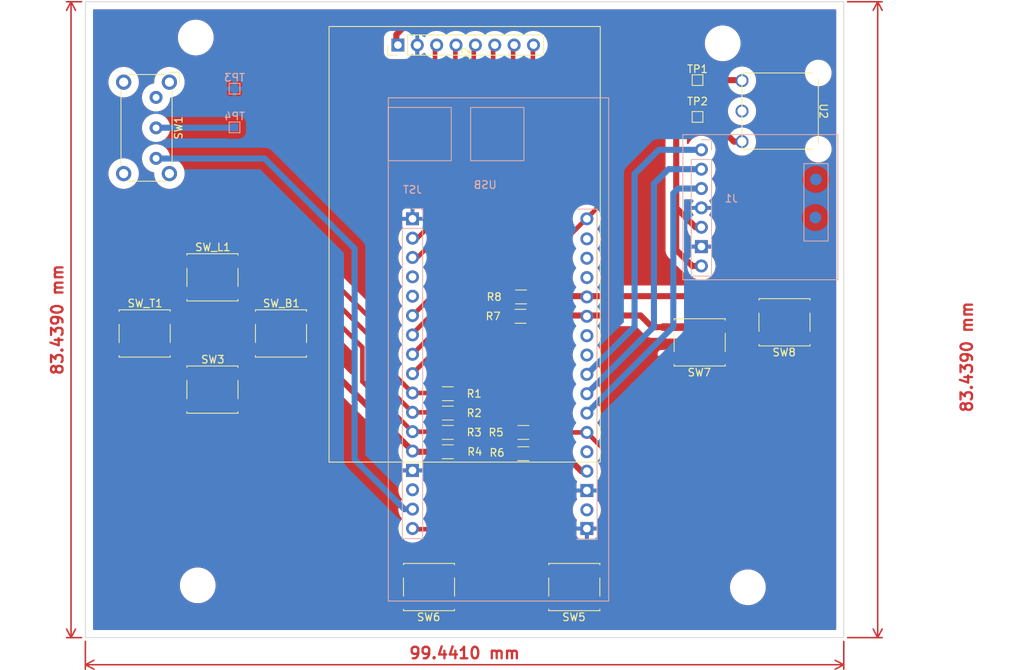
<source format=kicad_pcb>
(kicad_pcb (version 20211014) (generator pcbnew)
  (layers (0 "F.Cu" signal) (31 "B.Cu" signal) (34 "B.Paste" user) (35 "F.Paste" user) (36 "B.SilkS" user "B.Silkscreen") (37 "F.SilkS" user "F.Silkscreen") (38 "B.Mask" user) (39 "F.Mask" user) (44 "Edge.Cuts" user))
  (net 0 "")
  (net 1 "+3.3V")
  (net 2 "GND")
  (net 3 "/SW_A")
  (net 8 "/DIN")
  (net 9 "/LRC")
  (net 10 "/BCLK")
  (net 13 "/SW_START")
  (net 14 "/SCK")
  (net 15 "/SDA")
  (net 16 "/RESET")
  (net 17 "/DC{slash}RS")
  (net 18 "/CS")
  (net 19 "/LED{slash}BL")
  (net 20 "/SW_R")
  (net 21 "/SW_L")
  (net 22 "/SW_T")
  (net 23 "/SW_B")
  (net 24 "/SW_SEL")
  (net 25 "/SW_BOT")
  (net 29 "Net-(U2-Pad1)")
  (net 30 "Net-(J1-Pad9)")
  (net 31 "Net-(U2-Pad3)")
  (net 33 "+BATT")
  (footprint "Button_Switch_SMD:SW_SPST_EVQQ2" (layer "F.Cu") (at 92.7064 58.134)
    (fp_text reference "SW_B1" (at 0.05 -3.95) (layer "F.SilkS"))
    (fp_text value "SW_Push")
    (fp_line (start -3.35 3.1) (end -3.35 2.9) (layer "F.SilkS") (width 0.12))
    (fp_line (start -3.35 -1.2) (end -3.35 1.2) (layer "F.SilkS") (width 0.12))
    (fp_line (start 3.35 -3.1) (end 3.35 -2.9) (layer "F.SilkS") (width 0.12))
    (fp_line (start -3.35 3.1) (end 3.35 3.1) (layer "F.SilkS") (width 0.12))
    (fp_line (start -3.35 -3.1) (end -3.35 -2.9) (layer "F.SilkS") (width 0.12))
    (fp_line (start 3.35 3.1) (end 3.35 2.9) (layer "F.SilkS") (width 0.12))
    (fp_line (start 3.35 -1.2) (end 3.35 1.2) (layer "F.SilkS") (width 0.12))
    (fp_line (start 3.35 -3.1) (end -3.35 -3.1) (layer "F.SilkS") (width 0.12))
    (pad "1" smd rect (at -3.4 -2) (size 3.2 1) (layers "F.Cu" "F.Paste" "F.Mask") (net 25 "/SW_BOT"))
    (pad "1" smd rect (at 3.4 -2) (size 3.2 1) (layers "F.Cu" "F.Paste" "F.Mask") (net 25 "/SW_BOT"))
    (pad "2" smd rect (at 3.4 2) (size 3.2 1) (layers "F.Cu" "F.Paste" "F.Mask") (net 2 "GND"))
    (pad "2" smd rect (at -3.4 2) (size 3.2 1) (layers "F.Cu" "F.Paste" "F.Mask") (net 2 "GND"))
  )
  (footprint "TestPoint:TestPoint_Pad_1.0x1.0mm" (layer "F.Cu") (at 147.32 29.718)
    (fp_text reference "TP2" (at 0 -2.032) (layer "F.SilkS"))
    (fp_text value "TestPoint")
    (fp_line (start -0.7 -0.7) (end 0.7 -0.7) (layer "F.SilkS") (width 0.12))
    (fp_line (start 0.7 -0.7) (end 0.7 0.7) (layer "F.SilkS") (width 0.12))
    (fp_line (start -0.7 0.7) (end -0.7 -0.7) (layer "F.SilkS") (width 0.12))
    (fp_line (start 0.7 0.7) (end -0.7 0.7) (layer "F.SilkS") (width 0.12))
    (pad "1" smd rect (at 0 0) (size 1 1) (layers "F.Cu" "F.Mask") (net 31 "Net-(U2-Pad3)"))
  )
  (footprint "Resistor_SMD:R_1206_3216Metric_Pad1.30x1.75mm_HandSolder" (layer "F.Cu") (at 124.105 55.88 180)
    (fp_text reference "R7" (at 3.582 0) (layer "F.SilkS"))
    (fp_text value "R")
    (fp_line (start -0.727064 0.91) (end 0.727064 0.91) (layer "F.SilkS") (width 0.12))
    (fp_line (start -0.727064 -0.91) (end 0.727064 -0.91) (layer "F.SilkS") (width 0.12))
    (pad "1" smd roundrect (at -1.55 0 180) (size 1.3 1.75) (layers "F.Cu" "F.Paste" "F.Mask") (roundrect_rratio 0.1923076923) (net 13 "/SW_START"))
    (pad "2" smd roundrect (at 1.55 0 180) (size 1.3 1.75) (layers "F.Cu" "F.Paste" "F.Mask") (roundrect_rratio 0.1923076923) (net 1 "+3.3V"))
  )
  (footprint "Resistor_SMD:R_1206_3216Metric_Pad1.30x1.75mm_HandSolder" (layer "F.Cu") (at 114.58 73.66 180)
    (fp_text reference "R4" (at -3.53 0) (layer "F.SilkS"))
    (fp_text value "10K")
    (fp_line (start -0.727064 0.91) (end 0.727064 0.91) (layer "F.SilkS") (width 0.12))
    (fp_line (start -0.727064 -0.91) (end 0.727064 -0.91) (layer "F.SilkS") (width 0.12))
    (pad "1" smd roundrect (at -1.55 0 180) (size 1.3 1.75) (layers "F.Cu" "F.Paste" "F.Mask") (roundrect_rratio 0.1923076923) (net 1 "+3.3V"))
    (pad "2" smd roundrect (at 1.55 0 180) (size 1.3 1.75) (layers "F.Cu" "F.Paste" "F.Mask") (roundrect_rratio 0.1923076923) (net 20 "/SW_R"))
  )
  (footprint "Button_Switch_SMD:SW_SPST_EVQQ2" (layer "F.Cu") (at 131.162 91.408 180)
    (fp_text reference "SW5" (at 0.05 -3.95) (layer "F.SilkS"))
    (fp_text value "SW_Push")
    (fp_line (start -3.35 3.1) (end -3.35 2.9) (layer "F.SilkS") (width 0.12))
    (fp_line (start 3.35 -3.1) (end 3.35 -2.9) (layer "F.SilkS") (width 0.12))
    (fp_line (start -3.35 -1.2) (end -3.35 1.2) (layer "F.SilkS") (width 0.12))
    (fp_line (start 3.35 3.1) (end 3.35 2.9) (layer "F.SilkS") (width 0.12))
    (fp_line (start 3.35 -1.2) (end 3.35 1.2) (layer "F.SilkS") (width 0.12))
    (fp_line (start -3.35 3.1) (end 3.35 3.1) (layer "F.SilkS") (width 0.12))
    (fp_line (start -3.35 -3.1) (end -3.35 -2.9) (layer "F.SilkS") (width 0.12))
    (fp_line (start 3.35 -3.1) (end -3.35 -3.1) (layer "F.SilkS") (width 0.12))
    (pad "1" smd rect (at 3.4 -2 180) (size 3.2 1) (layers "F.Cu" "F.Paste" "F.Mask") (net 2 "GND"))
    (pad "1" smd rect (at -3.4 -2 180) (size 3.2 1) (layers "F.Cu" "F.Paste" "F.Mask") (net 2 "GND"))
    (pad "2" smd rect (at 3.4 2 180) (size 3.2 1) (layers "F.Cu" "F.Paste" "F.Mask") (net 3 "/SW_A"))
    (pad "2" smd rect (at -3.4 2 180) (size 3.2 1) (layers "F.Cu" "F.Paste" "F.Mask") (net 3 "/SW_A"))
  )
  (footprint "MountingHole:MountingHole_2.7mm_M2.5" (layer "F.Cu") (at 81.788 91.186)
    (fp_text reference "H5" hide)
    (fp_text value "MountingHole")
    (pad "" np_thru_hole circle (at 0 0) (size 2.7 2.7) (drill 2.7) (layers *.Cu *.Mask))
  )
  (footprint "MountingHole:MountingHole_2.7mm_M2.5" (layer "F.Cu") (at 81.534 19.304)
    (fp_text reference "H2" hide)
    (fp_text value "MountingHole")
    (pad "" np_thru_hole circle (at 0 0) (size 2.7 2.7) (drill 2.7) (layers *.Cu *.Mask))
  )
  (footprint "Button_Switch_SMD:SW_SPST_EVQQ2" (layer "F.Cu") (at 147.6045 59.3024 180)
    (fp_text reference "SW7" (at 0.05 -3.95) (layer "F.SilkS"))
    (fp_text value "SW_Push")
    (fp_line (start 3.35 -1.2) (end 3.35 1.2) (layer "F.SilkS") (width 0.12))
    (fp_line (start -3.35 3.1) (end 3.35 3.1) (layer "F.SilkS") (width 0.12))
    (fp_line (start 3.35 -3.1) (end 3.35 -2.9) (layer "F.SilkS") (width 0.12))
    (fp_line (start -3.35 -3.1) (end -3.35 -2.9) (layer "F.SilkS") (width 0.12))
    (fp_line (start -3.35 -1.2) (end -3.35 1.2) (layer "F.SilkS") (width 0.12))
    (fp_line (start -3.35 3.1) (end -3.35 2.9) (layer "F.SilkS") (width 0.12))
    (fp_line (start 3.35 3.1) (end 3.35 2.9) (layer "F.SilkS") (width 0.12))
    (fp_line (start 3.35 -3.1) (end -3.35 -3.1) (layer "F.SilkS") (width 0.12))
    (pad "1" smd rect (at 3.4 -2 180) (size 3.2 1) (layers "F.Cu" "F.Paste" "F.Mask") (net 2 "GND"))
    (pad "1" smd rect (at -3.4 -2 180) (size 3.2 1) (layers "F.Cu" "F.Paste" "F.Mask") (net 2 "GND"))
    (pad "2" smd rect (at 3.4 2 180) (size 3.2 1) (layers "F.Cu" "F.Paste" "F.Mask") (net 13 "/SW_START"))
    (pad "2" smd rect (at -3.4 2 180) (size 3.2 1) (layers "F.Cu" "F.Paste" "F.Mask") (net 13 "/SW_START"))
  )
  (footprint "Resistor_SMD:R_1206_3216Metric_Pad1.30x1.75mm_HandSolder" (layer "F.Cu") (at 114.58 68.58 180)
    (fp_text reference "R2" (at -3.455 0) (layer "F.SilkS"))
    (fp_text value "10K")
    (fp_line (start -0.727064 0.91) (end 0.727064 0.91) (layer "F.SilkS") (width 0.12))
    (fp_line (start -0.727064 -0.91) (end 0.727064 -0.91) (layer "F.SilkS") (width 0.12))
    (pad "1" smd roundrect (at -1.55 0 180) (size 1.3 1.75) (layers "F.Cu" "F.Paste" "F.Mask") (roundrect_rratio 0.1923076923) (net 1 "+3.3V"))
    (pad "2" smd roundrect (at 1.55 0 180) (size 1.3 1.75) (layers "F.Cu" "F.Paste" "F.Mask") (roundrect_rratio 0.1923076923) (net 22 "/SW_T"))
  )
  (footprint "Button_Switch_SMD:SW_SPST_EVQQ2" (layer "F.Cu") (at 74.832 58.134)
    (fp_text reference "SW_T1" (at 0.05 -3.95) (layer "F.SilkS"))
    (fp_text value "SW_Push")
    (fp_line (start 3.35 -1.2) (end 3.35 1.2) (layer "F.SilkS") (width 0.12))
    (fp_line (start -3.35 3.1) (end 3.35 3.1) (layer "F.SilkS") (width 0.12))
    (fp_line (start 3.35 -3.1) (end -3.35 -3.1) (layer "F.SilkS") (width 0.12))
    (fp_line (start 3.35 3.1) (end 3.35 2.9) (layer "F.SilkS") (width 0.12))
    (fp_line (start -3.35 -1.2) (end -3.35 1.2) (layer "F.SilkS") (width 0.12))
    (fp_line (start 3.35 -3.1) (end 3.35 -2.9) (layer "F.SilkS") (width 0.12))
    (fp_line (start -3.35 -3.1) (end -3.35 -2.9) (layer "F.SilkS") (width 0.12))
    (fp_line (start -3.35 3.1) (end -3.35 2.9) (layer "F.SilkS") (width 0.12))
    (pad "1" smd rect (at 3.4 -2) (size 3.2 1) (layers "F.Cu" "F.Paste" "F.Mask") (net 22 "/SW_T"))
    (pad "1" smd rect (at -3.4 -2) (size 3.2 1) (layers "F.Cu" "F.Paste" "F.Mask") (net 22 "/SW_T"))
    (pad "2" smd rect (at 3.4 2) (size 3.2 1) (layers "F.Cu" "F.Paste" "F.Mask") (net 2 "GND"))
    (pad "2" smd rect (at -3.4 2) (size 3.2 1) (layers "F.Cu" "F.Paste" "F.Mask") (net 2 "GND"))
  )
  (footprint "MountingHole:MountingHole_2.7mm_M2.5" (layer "F.Cu") (at 150.622 20.066)
    (fp_text reference "H3" hide)
    (fp_text value "MountingHole")
    (pad "" np_thru_hole circle (at 0 0) (size 2.7 2.7) (drill 2.7) (layers *.Cu *.Mask))
  )
  (footprint "Resistor_SMD:R_1206_3216Metric_Pad1.30x1.75mm_HandSolder" (layer "F.Cu") (at 124.4875 71.12 180)
    (fp_text reference "R5" (at 3.5835 0) (layer "F.SilkS"))
    (fp_text value "R")
    (fp_line (start -0.727064 -0.91) (end 0.727064 -0.91) (layer "F.SilkS") (width 0.12))
    (fp_line (start -0.727064 0.91) (end 0.727064 0.91) (layer "F.SilkS") (width 0.12))
    (pad "1" smd roundrect (at -1.55 0 180) (size 1.3 1.75) (layers "F.Cu" "F.Paste" "F.Mask") (roundrect_rratio 0.1923076923) (net 3 "/SW_A"))
    (pad "2" smd roundrect (at 1.55 0 180) (size 1.3 1.75) (layers "F.Cu" "F.Paste" "F.Mask") (roundrect_rratio 0.1923076923) (net 1 "+3.3V"))
  )
  (footprint "Resistor_SMD:R_1206_3216Metric_Pad1.30x1.75mm_HandSolder" (layer "F.Cu") (at 124.18 53.34 180)
    (fp_text reference "R8" (at 3.53 0) (layer "F.SilkS"))
    (fp_text value "R")
    (fp_line (start -0.727064 0.91) (end 0.727064 0.91) (layer "F.SilkS") (width 0.12))
    (fp_line (start -0.727064 -0.91) (end 0.727064 -0.91) (layer "F.SilkS") (width 0.12))
    (pad "1" smd roundrect (at -1.55 0 180) (size 1.3 1.75) (layers "F.Cu" "F.Paste" "F.Mask") (roundrect_rratio 0.1923076923) (net 24 "/SW_SEL"))
    (pad "2" smd roundrect (at 1.55 0 180) (size 1.3 1.75) (layers "F.Cu" "F.Paste" "F.Mask") (roundrect_rratio 0.1923076923) (net 1 "+3.3V"))
  )
  (footprint "Button_Switch_SMD:SW_SPST_EVQQ2" (layer "F.Cu") (at 158.7225 56.6674 180)
    (fp_text reference "SW8" (at 0.05 -3.95) (layer "F.SilkS"))
    (fp_text value "SW_Push")
    (fp_line (start -3.35 -1.2) (end -3.35 1.2) (layer "F.SilkS") (width 0.12))
    (fp_line (start 3.35 -3.1) (end -3.35 -3.1) (layer "F.SilkS") (width 0.12))
    (fp_line (start 3.35 3.1) (end 3.35 2.9) (layer "F.SilkS") (width 0.12))
    (fp_line (start 3.35 -1.2) (end 3.35 1.2) (layer "F.SilkS") (width 0.12))
    (fp_line (start -3.35 3.1) (end 3.35 3.1) (layer "F.SilkS") (width 0.12))
    (fp_line (start 3.35 -3.1) (end 3.35 -2.9) (layer "F.SilkS") (width 0.12))
    (fp_line (start -3.35 3.1) (end -3.35 2.9) (layer "F.SilkS") (width 0.12))
    (fp_line (start -3.35 -3.1) (end -3.35 -2.9) (layer "F.SilkS") (width 0.12))
    (pad "1" smd rect (at 3.4 -2 180) (size 3.2 1) (layers "F.Cu" "F.Paste" "F.Mask") (net 2 "GND"))
    (pad "1" smd rect (at -3.4 -2 180) (size 3.2 1) (layers "F.Cu" "F.Paste" "F.Mask") (net 2 "GND"))
    (pad "2" smd rect (at 3.4 2 180) (size 3.2 1) (layers "F.Cu" "F.Paste" "F.Mask") (net 24 "/SW_SEL"))
    (pad "2" smd rect (at -3.4 2 180) (size 3.2 1) (layers "F.Cu" "F.Paste" "F.Mask") (net 24 "/SW_SEL"))
  )
  (footprint "Button_Switch_SMD:SW_SPST_EVQQ2" (layer "F.Cu") (at 83.7148 65.5)
    (fp_text reference "SW3" (at 0.05 -3.95) (layer "F.SilkS"))
    (fp_text value "SW_Push")
    (fp_line (start 3.35 3.1) (end 3.35 2.9) (layer "F.SilkS") (width 0.12))
    (fp_line (start 3.35 -3.1) (end -3.35 -3.1) (layer "F.SilkS") (width 0.12))
    (fp_line (start -3.35 -1.2) (end -3.35 1.2) (layer "F.SilkS") (width 0.12))
    (fp_line (start 3.35 -3.1) (end 3.35 -2.9) (layer "F.SilkS") (width 0.12))
    (fp_line (start 3.35 -1.2) (end 3.35 1.2) (layer "F.SilkS") (width 0.12))
    (fp_line (start -3.35 -3.1) (end -3.35 -2.9) (layer "F.SilkS") (width 0.12))
    (fp_line (start -3.35 3.1) (end -3.35 2.9) (layer "F.SilkS") (width 0.12))
    (fp_line (start -3.35 3.1) (end 3.35 3.1) (layer "F.SilkS") (width 0.12))
    (pad "1" smd rect (at -3.4 -2) (size 3.2 1) (layers "F.Cu" "F.Paste" "F.Mask") (net 20 "/SW_R"))
    (pad "1" smd rect (at 3.4 -2) (size 3.2 1) (layers "F.Cu" "F.Paste" "F.Mask") (net 20 "/SW_R"))
    (pad "2" smd rect (at -3.4 2) (size 3.2 1) (layers "F.Cu" "F.Paste" "F.Mask") (net 2 "GND"))
    (pad "2" smd rect (at 3.4 2) (size 3.2 1) (layers "F.Cu" "F.Paste" "F.Mask") (net 2 "GND"))
  )
  (footprint "Button_Switch_SMD:SW_SPST_EVQQ2" (layer "F.Cu") (at 83.722 50.768)
    (fp_text reference "SW_L1" (at 0.05 -3.95) (layer "F.SilkS"))
    (fp_text value "SW_Push")
    (fp_line (start -3.35 -3.1) (end -3.35 -2.9) (layer "F.SilkS") (width 0.12))
    (fp_line (start -3.35 3.1) (end 3.35 3.1) (layer "F.SilkS") (width 0.12))
    (fp_line (start 3.35 -1.2) (end 3.35 1.2) (layer "F.SilkS") (width 0.12))
    (fp_line (start -3.35 3.1) (end -3.35 2.9) (layer "F.SilkS") (width 0.12))
    (fp_line (start 3.35 -3.1) (end -3.35 -3.1) (layer "F.SilkS") (width 0.12))
    (fp_line (start -3.35 -1.2) (end -3.35 1.2) (layer "F.SilkS") (width 0.12))
    (fp_line (start 3.35 3.1) (end 3.35 2.9) (layer "F.SilkS") (width 0.12))
    (fp_line (start 3.35 -3.1) (end 3.35 -2.9) (layer "F.SilkS") (width 0.12))
    (pad "1" smd rect (at 3.4 -2) (size 3.2 1) (layers "F.Cu" "F.Paste" "F.Mask") (net 21 "/SW_L"))
    (pad "1" smd rect (at -3.4 -2) (size 3.2 1) (layers "F.Cu" "F.Paste" "F.Mask") (net 21 "/SW_L"))
    (pad "2" smd rect (at -3.4 2) (size 3.2 1) (layers "F.Cu" "F.Paste" "F.Mask") (net 2 "GND"))
    (pad "2" smd rect (at 3.4 2) (size 3.2 1) (layers "F.Cu" "F.Paste" "F.Mask") (net 2 "GND"))
  )
  (footprint "Resistor_SMD:R_1206_3216Metric_Pad1.30x1.75mm_HandSolder" (layer "F.Cu") (at 114.58 71.12 180)
    (fp_text reference "R3" (at -3.455 0) (layer "F.SilkS"))
    (fp_text value "10K")
    (fp_line (start -0.727064 -0.91) (end 0.727064 -0.91) (layer "F.SilkS") (width 0.12))
    (fp_line (start -0.727064 0.91) (end 0.727064 0.91) (layer "F.SilkS") (width 0.12))
    (pad "1" smd roundrect (at -1.55 0 180) (size 1.3 1.75) (layers "F.Cu" "F.Paste" "F.Mask") (roundrect_rratio 0.1923076923) (net 1 "+3.3V"))
    (pad "2" smd roundrect (at 1.55 0 180) (size 1.3 1.75) (layers "F.Cu" "F.Paste" "F.Mask") (roundrect_rratio 0.1923076923) (net 25 "/SW_BOT"))
  )
  (footprint "Resistor_SMD:R_1206_3216Metric_Pad1.30x1.75mm_HandSolder" (layer "F.Cu") (at 124.4875 73.914 180)
    (fp_text reference "R6" (at 3.4565 0.127) (layer "F.SilkS"))
    (fp_text value "R")
    (fp_line (start -0.727064 -0.91) (end 0.727064 -0.91) (layer "F.SilkS") (width 0.12))
    (fp_line (start -0.727064 0.91) (end 0.727064 0.91) (layer "F.SilkS") (width 0.12))
    (pad "1" smd roundrect (at -1.55 0 180) (size 1.3 1.75) (layers "F.Cu" "F.Paste" "F.Mask") (roundrect_rratio 0.1923076923) (net 23 "/SW_B"))
    (pad "2" smd roundrect (at 1.55 0 180) (size 1.3 1.75) (layers "F.Cu" "F.Paste" "F.Mask") (roundrect_rratio 0.1923076923) (net 1 "+3.3V"))
  )
  (footprint "MountingHole:MountingHole_2.7mm_M2.5" (layer "F.Cu") (at 153.924 91.44)
    (fp_text reference "H1" hide)
    (fp_text value "MountingHole")
    (pad "" np_thru_hole circle (at 0 0) (size 2.7 2.7) (drill 2.7) (layers *.Cu *.Mask))
  )
  (footprint "Resistor_SMD:R_1206_3216Metric_Pad1.30x1.75mm_HandSolder" (layer "F.Cu") (at 114.58 66.04 180)
    (fp_text reference "R1" (at -3.455 0) (layer "F.SilkS"))
    (fp_text value "10K")
    (fp_line (start -0.727064 -0.91) (end 0.727064 -0.91) (layer "F.SilkS") (width 0.12))
    (fp_line (start -0.727064 0.91) (end 0.727064 0.91) (layer "F.SilkS") (width 0.12))
    (pad "1" smd roundrect (at -1.55 0 180) (size 1.3 1.75) (layers "F.Cu" "F.Paste" "F.Mask") (roundrect_rratio 0.1923076923) (net 1 "+3.3V"))
    (pad "2" smd roundrect (at 1.55 0 180) (size 1.3 1.75) (layers "F.Cu" "F.Paste" "F.Mask") (roundrect_rratio 0.1923076923) (net 21 "/SW_L"))
  )
  (footprint "Button_Switch_SMD:SW_SPST_EVQQ2" (layer "F.Cu") (at 112.112 91.408 180)
    (fp_text reference "SW6" (at 0.05 -3.95) (layer "F.SilkS"))
    (fp_text value "SW_Push")
    (fp_line (start -3.35 -3.1) (end -3.35 -2.9) (layer "F.SilkS") (width 0.12))
    (fp_line (start -3.35 3.1) (end 3.35 3.1) (layer "F.SilkS") (width 0.12))
    (fp_line (start 3.35 -1.2) (end 3.35 1.2) (layer "F.SilkS") (width 0.12))
    (fp_line (start -3.35 3.1) (end -3.35 2.9) (layer "F.SilkS") (width 0.12))
    (fp_line (start 3.35 3.1) (end 3.35 2.9) (layer "F.SilkS") (width 0.12))
    (fp_line (start 3.35 -3.1) (end -3.35 -3.1) (layer "F.SilkS") (width 0.12))
    (fp_line (start 3.35 -3.1) (end 3.35 -2.9) (layer "F.SilkS") (width 0.12))
    (fp_line (start -3.35 -1.2) (end -3.35 1.2) (layer "F.SilkS") (width 0.12))
    (pad "1" smd rect (at 3.4 -2 180) (size 3.2 1) (layers "F.Cu" "F.Paste" "F.Mask") (net 2 "GND"))
    (pad "1" smd rect (at -3.4 -2 180) (size 3.2 1) (layers "F.Cu" "F.Paste" "F.Mask") (net 2 "GND"))
    (pad "2" smd rect (at -3.4 2 180) (size 3.2 1) (layers "F.Cu" "F.Paste" "F.Mask") (net 23 "/SW_B"))
    (pad "2" smd rect (at 3.4 2 180) (size 3.2 1) (layers "F.Cu" "F.Paste" "F.Mask") (net 23 "/SW_B"))
  )
  (footprint "Button_Switch_THT:SW_E-Switch_EG1224_SPDT_Angled" (layer "F.Cu") (at 76.3255 27.1575 -90)
    (fp_text reference "SW1" (at 4 -2.95 90) (layer "F.SilkS"))
    (fp_text value "SW_SPDT")
    (fp_line (start -3.3 -3.05) (end -2 -3.05) (layer "F.SilkS") (width 0.12))
    (fp_line (start -3.3 -1.75) (end -3.3 -3.05) (layer "F.SilkS") (width 0.12))
    (fp_line (start -3 3.85) (end -3 -1.35) (layer "F.SilkS") (width 0.12))
    (fp_line (start -0.95 -2.1) (end 8.95 -2.1) (layer "F.SilkS") (width 0.12))
    (fp_line (start 11 -1.35) (end 11 3.85) (layer "F.SilkS") (width 0.12))
    (fp_line (start 8.95 4.6) (end -0.95 4.6) (layer "F.SilkS") (width 0.12))
    (pad "" thru_hole circle (at 10 4.25 270) (size 2 2) (drill 1.2) (layers *.Cu *.Mask))
    (pad "" thru_hole circle (at -2 -1.75 270) (size 2 2) (drill 1.2) (layers *.Cu *.Mask))
    (pad "" thru_hole circle (at -2 4.25 270) (size 2 2) (drill 1.2) (layers *.Cu *.Mask))
    (pad "" thru_hole circle (at 10 -1.75 270) (size 2 2) (drill 1.2) (layers *.Cu *.Mask))
    (pad "1" thru_hole circle (at 0 0 270) (size 1.7 1.7) (drill 0.9) (layers *.Cu *.Mask))
    (pad "2" thru_hole circle (at 4 0 270) (size 1.7 1.7) (drill 0.9) (layers *.Cu *.Mask) (net 33 "+BATT"))
    (pad "3" thru_hole circle (at 8 0 270) (size 1.7 1.7) (drill 0.9) (layers *.Cu *.Mask) (net 1 "+3.3V"))
  )
  (footprint "picopico:volume wheel" (layer "F.Cu") (at 160.655 28.956 -90)
    (fp_text reference "U2" (at 0 -3.175 -90 unlocked) (layer "F.SilkS"))
    (fp_text value "volume_wheel")
    (fp_rect (start -5 -2.5) (end 5 7.5) (layer "F.SilkS") (width 0.12) (fill none))
    (pad "" np_thru_hole circle (at 5 -2.5 270) (size 1.5 1.5) (drill 1.5) (layers F&B.Cu *.Mask))
    (pad "" np_thru_hole circle (at -5 -2.5 270) (size 1.5 1.5) (drill 1.5) (layers F&B.Cu *.Mask))
    (pad "1" thru_hole circle (at -4 7.5 270) (size 1.7 1.7) (drill 1.2) (layers *.Cu *.Mask) (net 29 "Net-(U2-Pad1)"))
    (pad "2" thru_hole circle (at 0 7.5 270) (size 1.7 1.7) (drill 1.2) (layers *.Cu *.Mask) (net 30 "Net-(J1-Pad9)"))
    (pad "3" thru_hole circle (at 4 7.5 270) (size 1.7 1.7) (drill 1.2) (layers *.Cu *.Mask) (net 31 "Net-(U2-Pad3)"))
  )
  (footprint "TestPoint:TestPoint_Pad_1.0x1.0mm" (layer "F.Cu") (at 147.32 24.892)
    (fp_text reference "TP1" (at 0 -1.448) (layer "F.SilkS"))
    (fp_text value "TestPoint")
    (fp_line (start -0.7 -0.7) (end 0.7 -0.7) (layer "F.SilkS") (width 0.12))
    (fp_line (start -0.7 0.7) (end -0.7 -0.7) (layer "F.SilkS") (width 0.12))
    (fp_line (start 0.7 -0.7) (end 0.7 0.7) (layer "F.SilkS") (width 0.12))
    (fp_line (start 0.7 0.7) (end -0.7 0.7) (layer "F.SilkS") (width 0.12))
    (pad "1" smd rect (at 0 0) (size 1 1) (layers "F.Cu" "F.Mask") (net 29 "Net-(U2-Pad1)"))
  )
  (footprint "picopico:1.77 display" (layer "F.Cu") (at 116.7892 18.4912 90)
    (fp_text reference "J2" (at -2.9 0.165 90 unlocked) (layer "F.SilkS"))
    (fp_text value "display")
    (fp_line (start -3.13 10.355) (end -0.47 10.355) (layer "F.SilkS") (width 0.12))
    (fp_line (start -3.13 -7.485) (end -3.13 10.355) (layer "F.SilkS") (width 0.12))
    (fp_line (start -3.13 -8.755) (end -3.13 -10.085) (layer "F.SilkS") (width 0.12))
    (fp_line (start -0.47 -7.485) (end -0.47 10.355) (layer "F.SilkS") (width 0.12))
    (fp_line (start -3.13 -10.085) (end -1.8 -10.085) (layer "F.SilkS") (width 0.12))
    (fp_line (start -3.13 -7.485) (end -0.47 -7.485) (layer "F.SilkS") (width 0.12))
    (fp_rect (start -56.515 -17.78) (end 0.635 17.78) (layer "F.SilkS") (width 0.12) (fill none))
    (pad "1" thru_hole rect (at -1.8 -8.755 90) (size 1.7 1.7) (drill 1) (layers *.Cu *.Mask) (net 1 "+3.3V"))
    (pad "2" thru_hole oval (at -1.8 -6.215 90) (size 1.7 1.7) (drill 1) (layers *.Cu *.Mask) (net 2 "GND"))
    (pad "3" thru_hole oval (at -1.8 -3.675 90) (size 1.7 1.7) (drill 1) (layers *.Cu *.Mask) (net 19 "/LED{slash}BL"))
    (pad "4" thru_hole oval (at -1.8 -1.135 90) (size 1.7 1.7) (drill 1) (layers *.Cu *.Mask) (net 18 "/CS"))
    (pad "5" thru_hole oval (at -1.8 1.405 90) (size 1.7 1.7) (drill 1) (layers *.Cu *.Mask) (net 17 "/DC{slash}RS"))
    (pad "6" thru_hole oval (at -1.8 3.945 90) (size 1.7 1.7) (drill 1) (layers *.Cu *.Mask) (net 16 "/RESET"))
    (pad "7" thru_hole oval (at -1.8 6.485 90) (size 1.7 1.7) (drill 1) (layers *.Cu *.Mask) (net 15 "/SDA"))
    (pad "8" thru_hole oval (at -1.8 9.025 90) (size 1.7 1.7) (drill 1) (layers *.Cu *.Mask) (net 14 "/SCK"))
  )
  (footprint "picopico:audio" (layer "B.Cu") (at 147.933 40.926 180)
    (fp_text reference "J1" (at -3.81 0.5 unlocked) (layer "B.SilkS") (effects (justify mirror)))
    (fp_text value "audio_chip")
    (fp_line (start -1.225 6.89) (end -1.225 8.22) (layer "B.SilkS") (width 0.12))
    (fp_line (start 1.435 5.62) (end 1.435 -9.68) (layer "B.SilkS") (width 0.12))
    (fp_line (start -1.225 5.62) (end -1.225 -9.68) (layer "B.SilkS") (width 0.12))
    (fp_line (start -1.225 -9.68) (end 1.435 -9.68) (layer "B.SilkS") (width 0.12))
    (fp_line (start -1.225 5.62) (end 1.435 5.62) (layer "B.SilkS") (width 0.12))
    (fp_line (start -1.225 8.22) (end 0.105 8.22) (layer "B.SilkS") (width 0.12))
    (fp_rect (start -16.51 5.08) (end -13.335 -5.08) (layer "B.SilkS") (width 0.12) (fill none))
    (fp_rect (start -17.78 -10.16) (end 2.54 8.89) (layer "B.SilkS") (width 0.12) (fill none))
    (pad "1" thru_hole circle (at 0.105 6.89 180) (size 1.7 1.7) (drill 1) (layers *.Cu *.Mask) (net 9 "/LRC"))
    (pad "2" thru_hole oval (at 0.105 4.35 180) (size 1.7 1.7) (drill 1) (layers *.Cu *.Mask) (net 10 "/BCLK"))
    (pad "3" thru_hole oval (at 0.105 1.81 180) (size 1.7 1.7) (drill 1) (layers *.Cu *.Mask) (net 8 "/DIN"))
    (pad "4" thru_hole oval (at 0.105 -0.73 180) (size 1.7 1.7) (drill 1) (layers *.Cu *.Mask) (net 2 "GND"))
    (pad "5" thru_hole oval (at 0.105 -3.27 180) (size 1.7 1.7) (drill 1) (layers *.Cu *.Mask) (net 1 "+3.3V"))
    (pad "6" thru_hole rect (at 0.105 -5.81 180) (size 1.7 1.7) (drill 1) (layers *.Cu *.Mask) (net 2 "GND"))
    (pad "7" thru_hole oval (at 0.105 -8.35 180) (size 1.7 1.7) (drill 1) (layers *.Cu *.Mask) (net 1 "+3.3V"))
    (pad "8" connect circle (at -14.91 3.01 180) (size 1.524 1.524) (layers "B.Cu" "B.Mask"))
    (pad "9" connect circle (at -14.84 -2 180) (size 1.524 1.524) (layers "B.Cu" "B.Mask") (net 30 "Net-(J1-Pad9)"))
  )
  (footprint "TestPoint:TestPoint_Pad_1.0x1.0mm" (layer "B.Cu") (at 86.6155 31.093 180)
    (fp_text reference "TP4" (at 0 1.448) (layer "B.SilkS") (effects (justify mirror)))
    (fp_text value "TestPoint")
    (fp_line (start 0.7 -0.7) (end -0.7 -0.7) (layer "B.SilkS") (width 0.12))
    (fp_line (start 0.7 0.7) (end 0.7 -0.7) (layer "B.SilkS") (width 0.12))
    (fp_line (start -0.7 -0.7) (end -0.7 0.7) (layer "B.SilkS") (width 0.12))
    (fp_line (start -0.7 0.7) (end 0.7 0.7) (layer "B.SilkS") (width 0.12))
    (pad "1" smd rect (at 0 0 180) (size 1 1) (layers "B.Cu" "B.Mask") (net 33 "+BATT") (clearance 1))
  )
  (footprint "picopico:DollaTecESP32" (layer "B.Cu") (at 120.11 64.675 180)
    (fp_text reference "U1" hide)
    (fp_text value "DollaTekESP32")
    (fp_text user "JST" (at 10.16 25.4 unlocked) (layer "B.SilkS") (effects (justify mirror)))
    (fp_text user "USB" (at 0.635 26.035 unlocked) (layer "B.SilkS") (effects (justify mirror)))
    (fp_line (start 8.83 -20.38) (end 11.49 -20.38) (layer "B.SilkS") (width 0.12))
    (fp_line (start 8.83 21.59) (end 8.83 22.92) (layer "B.SilkS") (width 0.12))
    (fp_line (start -14.03 22.86) (end -14.03 -20.475) (layer "B.SilkS") (width 0.12))
    (fp_line (start 11.49 20.32) (end 11.49 -20.38) (layer "B.SilkS") (width 0.12))
    (fp_line (start 8.83 20.32) (end 8.83 -20.38) (layer "B.SilkS") (width 0.12))
    (fp_line (start -14.03 -20.475) (end -11.37 -20.475) (layer "B.SilkS") (width 0.12))
    (fp_line (start 8.83 22.92) (end 10.16 22.92) (layer "B.SilkS") (width 0.12))
    (fp_line (start -14.03 22.86) (end -11.37 22.86) (layer "B.SilkS") (width 0.12))
    (fp_line (start 8.83 20.32) (end 11.49 20.32) (layer "B.SilkS") (width 0.12))
    (fp_rect (start 5.08 36.195) (end 13.335 29.21) (layer "B.SilkS") (width 0.12) (fill none))
    (fp_rect (start -15.5575 37.465) (end 13.335 -28.575) (layer "B.SilkS") (width 0.12) (fill none))
    (fp_rect (start -4.445 36.195) (end 2.54 29.21) (layer "B.SilkS") (width 0.12) (fill none))
    (pad "1" thru_hole oval (at -12.7 21.59 180) (size 1.7 1.7) (drill 1) (layers *.Cu *.Mask) (net 1 "+3.3V"))
    (pad "2" thru_hole oval (at -12.7 18.955 180) (size 1.7 1.7) (drill 1) (layers *.Cu *.Mask))
    (pad "3" thru_hole oval (at -12.7 16.415 180) (size 1.7 1.7) (drill 1) (layers *.Cu *.Mask))
    (pad "4" thru_hole oval (at -12.7 13.875 180) (size 1.7 1.7) (drill 1) (layers *.Cu *.Mask))
    (pad "5" thru_hole oval (at -12.7 11.335 180) (size 1.7 1.7) (drill 1) (layers *.Cu *.Mask) (net 24 "/SW_SEL"))
    (pad "6" thru_hole oval (at -12.7 8.795 180) (size 1.7 1.7) (drill 1) (layers *.Cu *.Mask) (net 13 "/SW_START"))
    (pad "7" thru_hole oval (at -12.7 6.255 180) (size 1.7 1.7) (drill 1) (layers *.Cu *.Mask))
    (pad "8" thru_hole oval (at -12.7 3.715 180) (size 1.7 1.7) (drill 1) (layers *.Cu *.Mask))
    (pad "9" thru_hole oval (at -12.7 1.175 180) (size 1.7 1.7) (drill 1) (layers *.Cu *.Mask) (net 9 "/LRC"))
    (pad "10" thru_hole oval (at -12.7 -1.365 180) (size 1.7 1.7) (drill 1) (layers *.Cu *.Mask) (net 10 "/BCLK"))
    (pad "11" thru_hole oval (at -12.7 -3.905 180) (size 1.7 1.7) (drill 1) (layers *.Cu *.Mask) (net 8 "/DIN"))
    (pad "12" thru_hole oval (at -12.7 -6.445 180) (size 1.7 1.7) (drill 1) (layers *.Cu *.Mask) (net 3 "/SW_A"))
    (pad "13" thru_hole oval (at -12.7 -8.985 180) (size 1.7 1.7) (drill 1) (layers *.Cu *.Mask))
    (pad "14" thru_hole oval (at -12.7 -11.525 180) (size 1.7 1.7) (drill 1) (layers *.Cu *.Mask) (net 23 "/SW_B"))
    (pad "15" thru_hole rect (at -12.7 -14.065 180) (size 1.7 1.7) (drill 1) (layers *.Cu *.Mask) (net 2 "GND"))
    (pad "16" thru_hole oval (at -12.7 -16.605 180) (size 1.7 1.7) (drill 1) (layers *.Cu *.Mask))
    (pad "17" thru_hole rect (at -12.7 -19.05 180) (size 1.7 1.7) (drill 1) (layers *.Cu *.Mask) (net 2 "GND"))
    (pad "18" thru_hole oval (at 10.16 -19.05 180) (size 1.7 1.7) (drill 1) (layers *.Cu *.Mask) (net 1 "+3.3V"))
    (pad "19" thru_hole oval (at 10.16 -16.51 180) (size 1.7 1.7) (drill 1) (layers *.Cu *.Mask) (net 1 "+3.3V"))
    (pad "20" thru_hole oval (at 10.16 -13.97 180) (size 1.7 1.7) (drill 1) (layers *.Cu *.Mask))
    (pad "21" thru_hole rect (at 10.16 -11.43 180) (size 1.7 1.7) (drill 1) (layers *.Cu *.Mask) (net 2 "GND"))
    (pad "22" thru_hole oval (at 10.16 -8.89 180) (size 1.7 1.7) (drill 1) (layers *.Cu *.Mask) (net 20 "/SW_R"))
    (pad "23" thru_hole oval (at 10.16 -6.35 180) (size 1.7 1.7) (drill 1) (layers *.Cu *.Mask) (net 25 "/SW_BOT"))
    (pad "24" thru_hole oval (at 10.16 -3.81 180) (size 1.7 1.7) (drill 1) (layers *.Cu *.Mask) (net 22 "/SW_T"))
    (pad "25" thru_hole oval (at 10.16 -1.27 180) (size 1.7 1.7) (drill 1) (layers *.Cu *.Mask) (net 21 "/SW_L"))
    (pad "26" thru_hole oval (at 10.16 1.27 180) (size 1.7 1.7) (drill 1) (layers *.Cu *.Mask) (net 14 "/SCK"))
    (pad "27" thru_hole oval (at 10.16 3.81 180) (size 1.7 1.7) (drill 1) (layers *.Cu *.Mask) (net 15 "/SDA"))
    (pad "28" thru_hole oval (at 10.16 6.35 180) (size 1.7 1.7) (drill 1) (layers *.Cu *.Mask) (net 16 "/RESET"))
    (pad "29" thru_hole oval (at 10.16 8.89 180) (size 1.7 1.7) (drill 1) (layers *.Cu *.Mask) (net 17 "/DC{slash}RS"))
    (pad "30" thru_hole oval (at 10.16 11.43 180) (size 1.7 1.7) (drill 1) (layers *.Cu *.Mask))
    (pad "31" thru_hole oval (at 10.16 13.97 180) (size 1.7 1.7) (drill 1) (layers *.Cu *.Mask))
    (pad "32" thru_hole oval (at 10.16 16.51 180) (size 1.7 1.7) (drill 1) (layers *.Cu *.Mask) (net 18 "/CS"))
    (pad "33" thru_hole circle (at 10.16 19.05 180) (size 1.7 1.7) (drill 1) (layers *.Cu *.Mask) (net 19 "/LED{slash}BL"))
    (pad "34" thru_hole rect (at 10.16 21.59 180) (size 1.7 1.7) (drill 1) (layers *.Cu *.Mask) (net 2 "GND"))
  )
  (footprint "TestPoint:TestPoint_Pad_1.0x1.0mm" (layer "B.Cu") (at 86.6155 26.013 180)
    (fp_text reference "TP3" (at 0 1.448) (layer "B.SilkS") (effects (justify mirror)))
    (fp_text value "TestPoint")
    (fp_line (start -0.7 0.7) (end 0.7 0.7) (layer "B.SilkS") (width 0.12))
    (fp_line (start 0.7 -0.7) (end -0.7 -0.7) (layer "B.SilkS") (width 0.12))
    (fp_line (start 0.7 0.7) (end 0.7 -0.7) (layer "B.SilkS") (width 0.12))
    (fp_line (start -0.7 -0.7) (end -0.7 0.7) (layer "B.SilkS") (width 0.12))
    (pad "1" smd rect (at 0 0 180) (size 1 1) (layers "B.Cu" "B.Mask") (net 2 "GND"))
  )
  (gr_rect (start 67.056 14.605) (end 166.497 98.044) (layer "Edge.Cuts") (width 0.1) (fill none))
  (dimension (type aligned) (layer "F.Cu") (pts (xy 166.497 14.605) (xy 166.497 98.044)) (height -4.445) (gr_text "83,4390 mm" (at 182.626 61.214 90) (layer "F.Cu") (effects (font (size 1.5 1.5) (thickness 0.3)))) (format (units 3) (units_format 1) (precision 4)) (style (thickness 0.2) (arrow_length 1.27) (text_position_mode 2) (extension_height 0.58642) (extension_offset 0.5) keep_text_aligned))
  (dimension (type aligned) (layer "F.Cu") (pts (xy 67.056 14.605) (xy 67.056 98.044)) (height 1.8796) (gr_text "83,4390 mm" (at 63.3764 56.3245 90) (layer "F.Cu") (effects (font (size 1.5 1.5) (thickness 0.3)))) (format (units 3) (units_format 1) (precision 4)) (style (thickness 0.2) (arrow_length 1.27) (text_position_mode 0) (extension_height 0.58642) (extension_offset 0.5) keep_text_aligned))
  (dimension (type aligned) (layer "F.Cu") (pts (xy 166.497 98.044) (xy 67.056 98.044)) (height -3.556) (gr_text "99,4410 mm" (at 116.7765 100.076) (layer "F.Cu") (effects (font (size 1.5 1.5) (thickness 0.3)))) (format (units 3) (units_format 1) (precision 4)) (style (thickness 0.2) (arrow_length 1.27) (text_position_mode 2) (extension_height 0.58642) (extension_offset 0.5) keep_text_aligned))
  (segment (start 137.922 17.78) (end 144.526 24.384) (width 0.8) (layer "F.Cu") (net 1))
  (segment (start 122.9375 73.914) (end 122.9375 71.8725) (width 0.8) (layer "F.Cu") (net 1))
  (segment (start 133.985 17.78) (end 137.922 17.78) (width 0.8) (layer "F.Cu") (net 1))
  (segment (start 144.526 41.656) (end 144.526 47.176081) (width 0.8) (layer "F.Cu") (net 1))
  (segment (start 134.515 41.31034) (end 122.915 52.91034) (width 0.6) (layer "F.Cu") (net 1))
  (segment (start 116.205 65.405) (end 116.84 64.77) (width 0.6) (layer "F.Cu") (net 1))
  (segment (start 107.831 18.915) (end 107.831 20.2404) (width 0.8) (layer "F.Cu") (net 1))
  (segment (start 133.985 17.78) (end 134.515 18.31) (width 0.6) (layer "F.Cu") (net 1))
  (segment (start 116.205 82.55) (end 116.205 65.405) (width 0.6) (layer "F.Cu") (net 1))
  (segment (start 114.935 83.82) (end 116.205 82.55) (width 0.6) (layer "F.Cu") (net 1))
  (segment (start 134.515 18.31) (end 134.515 41.31034) (width 0.6) (layer "F.Cu") (net 1))
  (segment (start 108.966 17.78) (end 107.831 18.915) (width 0.8) (layer "F.Cu") (net 1))
  (segment (start 122.9375 56.6325) (end 122.9375 63.7525) (width 0.8) (layer "F.Cu") (net 1))
  (segment (start 144.526 24.384) (end 144.526 41.656) (width 0.8) (layer "F.Cu") (net 1))
  (segment (start 109.855 83.82) (end 114.935 83.82) (width 0.6) (layer "F.Cu") (net 1))
  (segment (start 144.526 47.176081) (end 146.625919 49.276) (width 0.8) (layer "F.Cu") (net 1))
  (segment (start 147.066 44.196) (end 147.828 44.196) (width 0.8) (layer "F.Cu") (net 1))
  (segment (start 122.915 56.61) (end 122.9375 56.6325) (width 0.8) (layer "F.Cu") (net 1))
  (segment (start 116.84 64.77) (end 121.92 64.77) (width 0.6) (layer "F.Cu") (net 1))
  (segment (start 122.915 52.91034) (end 122.915 57.245) (width 0.6) (layer "F.Cu") (net 1))
  (segment (start 133.985 17.78) (end 108.966 17.78) (width 0.8) (layer "F.Cu") (net 1))
  (segment (start 121.985 64.705) (end 122.9375 63.7525) (width 0.6) (layer "F.Cu") (net 1))
  (segment (start 122.9375 63.7525) (end 122.9375 71.755) (width 0.8) (layer "F.Cu") (net 1))
  (segment (start 144.526 41.656) (end 147.066 44.196) (width 0.8) (layer "F.Cu") (net 1))
  (segment (start 146.625919 49.276) (end 147.828 49.276) (width 0.8) (layer "F.Cu") (net 1))
  (segment (start 76.347 35.179) (end 90.551 35.179) (width 0.8) (layer "B.Cu") (net 1))
  (segment (start 102.362 74.676) (end 108.871 81.185) (width 0.8) (layer "B.Cu") (net 1))
  (segment (start 108.871 81.185) (end 109.95 81.185) (width 0.8) (layer "B.Cu") (net 1))
  (segment (start 90.551 35.179) (end 102.362 46.99) (width 0.8) (layer "B.Cu") (net 1))
  (segment (start 102.362 46.99) (end 102.362 74.676) (width 0.8) (layer "B.Cu") (net 1))
  (segment (start 76.3255 35.1575) (end 76.347 35.179) (width 0.8) (layer "B.Cu") (net 1))
  (segment (start 127.762 93.408) (end 134.562 93.408) (width 0.6) (layer "F.Cu") (net 2))
  (segment (start 86.7628 67.532) (end 79.9628 67.532) (width 0.6) (layer "F.Cu") (net 2))
  (segment (start 80.322 52.768) (end 87.122 52.768) (width 0.6) (layer "F.Cu") (net 2))
  (segment (start 108.712 93.408) (end 115.512 93.408) (width 0.6) (layer "F.Cu") (net 2))
  (segment (start 136.398 87.572) (end 136.398 74.708) (width 0.6) (layer "F.Cu") (net 3))
  (segment (start 136.398 74.708) (end 132.81 71.12) (width 0.6) (layer "F.Cu") (net 3))
  (segment (start 132.81 71.12) (end 126.0375 71.12) (width 0.6) (layer "F.Cu") (net 3))
  (segment (start 132.62 71.12) (end 132.715 71.215) (width 0.8) (layer "F.Cu") (net 3))
  (segment (start 134.562 89.408) (end 127.762 89.408) (width 0.6) (layer "F.Cu") (net 3))
  (segment (start 134.562 89.408) (end 136.398 87.572) (width 0.6) (layer "F.Cu") (net 3))
  (segment (start 144.78 39.116) (end 147.828 39.116) (width 0.8) (layer "B.Cu") (net 8))
  (segment (start 144.145 39.751) (end 144.78 39.116) (width 0.8) (layer "B.Cu") (net 8))
  (segment (start 144.145 57.245) (end 144.145 39.751) (width 0.8) (layer "B.Cu") (net 8))
  (segment (start 132.81 68.58) (end 144.145 57.245) (width 0.8) (layer "B.Cu") (net 8))
  (segment (start 139.065 37.211) (end 142.24 34.036) (width 0.8) (layer "B.Cu") (net 9))
  (segment (start 132.81 63.5) (end 139.065 57.245) (width 0.8) (layer "B.Cu") (net 9))
  (segment (start 139.065 57.245) (end 139.065 37.211) (width 0.8) (layer "B.Cu") (net 9))
  (segment (start 142.24 34.036) (end 147.828 34.036) (width 0.8) (layer "B.Cu") (net 9))
  (segment (start 143.51 36.576) (end 147.828 36.576) (width 0.8) (layer "B.Cu") (net 10))
  (segment (start 132.81 66.04) (end 141.605 57.245) (width 0.8) (layer "B.Cu") (net 10))
  (segment (start 141.605 57.245) (end 141.605 38.481) (width 0.8) (layer "B.Cu") (net 10))
  (segment (start 141.605 38.481) (end 143.51 36.576) (width 0.8) (layer "B.Cu") (net 10))
  (segment (start 144.8105 57.3024) (end 144.7155 57.3974) (width 0.6) (layer "F.Cu") (net 13))
  (segment (start 144.8105 57.3974) (end 151.6105 57.3974) (width 0.6) (layer "F.Cu") (net 13))
  (segment (start 141.3764 57.3024) (end 144.8105 57.3024) (width 0.8) (layer "F.Cu") (net 13))
  (segment (start 139.8524 55.7784) (end 141.3764 57.3024) (width 0.8) (layer "F.Cu") (net 13))
  (segment (start 125.7566 55.7784) (end 139.8524 55.7784) (width 0.8) (layer "F.Cu") (net 13))
  (segment (start 125.655 55.88) (end 125.7566 55.7784) (width 0.8) (layer "F.Cu") (net 13))
  (segment (start 125.73 47.625) (end 109.855 63.5) (width 0.6) (layer "F.Cu") (net 14))
  (segment (start 125.73 42.3164) (end 125.73 47.625) (width 0.6) (layer "F.Cu") (net 14))
  (segment (start 125.73 20.1786) (end 125.73 42.5086) (width 0.6) (layer "F.Cu") (net 14))
  (segment (start 123.1392 47.6758) (end 109.855 60.96) (width 0.6) (layer "F.Cu") (net 15))
  (segment (start 123.1392 42.545) (end 123.1392 47.6758) (width 0.6) (layer "F.Cu") (net 15))
  (segment (start 123.1392 20.4436) (end 123.1392 42.7736) (width 0.6) (layer "F.Cu") (net 15))
  (segment (start 120.5484 42.529125) (end 120.5484 47.56785) (width 0.6) (layer "F.Cu") (net 16))
  (segment (start 120.5484 47.56785) (end 109.855 58.26125) (width 0.6) (layer "F.Cu") (net 16))
  (segment (start 120.523 20.50075) (end 120.523 42.672) (width 0.6) (layer "F.Cu") (net 16))
  (segment (start 117.983 47.752) (end 109.855 55.88) (width 0.6) (layer "F.Cu") (net 17))
  (segment (start 117.983 42.672) (end 117.983 47.752) (width 0.6) (layer "F.Cu") (net 17))
  (segment (start 117.983 20.331) (end 117.983 42.661) (width 0.6) (layer "F.Cu") (net 17))
  (segment (start 115.57 43.18) (end 110.49 48.26) (width 0.6) (layer "F.Cu") (net 18))
  (segment (start 115.57 20.2675) (end 115.57 38.1525) (width 0.6) (layer "F.Cu") (net 18))
  (segment (start 115.57 37.973) (end 115.57 43.18) (width 0.6) (layer "F.Cu") (net 18))
  (segment (start 112.903 20.1405) (end 112.903 38.0255) (width 0.6) (layer "F.Cu") (net 19))
  (segment (start 112.903 37.973) (end 112.903 43.307) (width 0.6) (layer "F.Cu") (net 19))
  (segment (start 110.49 45.72) (end 109.855 45.72) (width 0.6) (layer "F.Cu") (net 19))
  (segment (start 112.903 43.307) (end 110.49 45.72) (width 0.6) (layer "F.Cu") (net 19))
  (segment (start 99.885 63.5) (end 87.1148 63.5) (width 0.8) (layer "F.Cu") (net 20))
  (segment (start 113.03 73.66) (end 110.045 73.66) (width 0.8) (layer "F.Cu") (net 20))
  (segment (start 109.95 73.565) (end 99.885 63.5) (width 0.8) (layer "F.Cu") (net 20))
  (segment (start 110.045 73.66) (end 109.95 73.565) (width 0.8) (layer "F.Cu") (net 20))
  (segment (start 80.3148 63.468) (end 87.1148 63.468) (width 0.6) (layer "F.Cu") (net 20))
  (segment (start 112.375 65.945) (end 113.105 66.675) (width 0.6) (layer "F.Cu") (net 21))
  (segment (start 109.95 65.945) (end 112.375 65.945) (width 0.6) (layer "F.Cu") (net 21))
  (segment (start 109.95 65.945) (end 106.172 62.167) (width 0.6) (layer "F.Cu") (net 21))
  (segment (start 97.028 48.768) (end 87.122 48.768) (width 0.6) (layer "F.Cu") (net 21))
  (segment (start 106.172 57.912) (end 97.028 48.768) (width 0.6) (layer "F.Cu") (net 21))
  (segment (start 80.322 48.768) (end 87.122 48.768) (width 0.6) (layer "F.Cu") (net 21))
  (segment (start 106.172 62.167) (end 106.172 57.912) (width 0.6) (layer "F.Cu") (net 21))
  (segment (start 109.95 68.485) (end 112.375 68.485) (width 0.6) (layer "F.Cu") (net 22))
  (segment (start 79.883 54.483) (end 78.232 56.134) (width 0.6) (layer "F.Cu") (net 22))
  (segment (start 104.902 63.437) (end 104.902 59.055) (width 0.6) (layer "F.Cu") (net 22))
  (segment (start 109.95 68.485) (end 104.902 63.437) (width 0.6) (layer "F.Cu") (net 22))
  (segment (start 78.232 56.134) (end 71.432 56.134) (width 0.6) (layer "F.Cu") (net 22))
  (segment (start 112.375 68.485) (end 113.105 69.215) (width 0.6) (layer "F.Cu") (net 22))
  (segment (start 104.902 59.055) (end 100.33 54.483) (width 0.6) (layer "F.Cu") (net 22))
  (segment (start 100.33 54.483) (end 79.883 54.483) (width 0.6) (layer "F.Cu") (net 22))
  (segment (start 132.08 76.2) (end 132.81 76.2) (width 0.8) (layer "F.Cu") (net 23))
  (segment (start 132.62 76.2) (end 132.715 76.295) (width 0.8) (layer "F.Cu") (net 23))
  (segment (start 126.0375 73.914) (end 129.794 73.914) (width 0.8) (layer "F.Cu") (net 23))
  (segment (start 115.512 89.408) (end 108.712 89.408) (width 0.6) (layer "F.Cu") (net 23))
  (segment (start 126.0375 78.8825) (end 115.512 89.408) (width 0.8) (layer "F.Cu") (net 23))
  (segment (start 126.0375 73.914) (end 126.0375 78.8825) (width 0.8) (layer "F.Cu") (net 23))
  (segment (start 129.794 73.914) (end 132.08 76.2) (width 0.8) (layer "F.Cu") (net 23))
  (segment (start 125.73 53.34) (end 125.8316 53.2384) (width 0.8) (layer "F.Cu") (net 24))
  (segment (start 155.3225 54.6674) (end 162.1225 54.6674) (width 0.8) (layer "F.Cu") (net 24))
  (segment (start 151.0284 53.2384) (end 152.4574 54.6674) (width 0.8) (layer "F.Cu") (net 24))
  (segment (start 152.4574 54.6674) (end 155.3225 54.6674) (width 0.8) (layer "F.Cu") (net 24))
  (segment (start 125.8316 53.2384) (end 151.0284 53.2384) (width 0.8) (layer "F.Cu") (net 24))
  (segment (start 96.1064 56.134) (end 89.3064 56.134) (width 0.6) (layer "F.Cu") (net 25))
  (segment (start 103.378 64.453) (end 103.378 59.944) (width 0.6) (layer "F.Cu") (net 25))
  (segment (start 109.95 71.025) (end 112.935 71.025) (width 0.6) (layer "F.Cu") (net 25))
  (segment (start 109.95 71.025) (end 103.378 64.453) (width 0.6) (layer "F.Cu") (net 25))
  (segment (start 103.378 59.944) (end 99.568 56.134) (width 0.6) (layer "F.Cu") (net 25))
  (segment (start 99.568 56.134) (end 96.1064 56.134) (width 0.6) (layer "F.Cu") (net 25))
  (segment (start 112.935 71.025) (end 113.03 71.12) (width 0.6) (layer "F.Cu") (net 25))
  (segment (start 152.71 24.892) (end 152.774 24.956) (width 0.8) (layer "F.Cu") (net 29))
  (segment (start 147.32 24.892) (end 152.71 24.892) (width 0.8) (layer "F.Cu") (net 29))
  (segment (start 147.32 29.718) (end 148.844 29.718) (width 0.8) (layer "F.Cu") (net 31))
  (segment (start 148.844 29.718) (end 152.082 32.956) (width 0.8) (layer "F.Cu") (net 31))
  (segment (start 152.082 32.956) (end 152.774 32.956) (width 0.8) (layer "F.Cu") (net 31))
  (segment (start 76.3475 31.1355) (end 86.573 31.1355) (width 0.8) (layer "B.Cu") (net 33))
  (segment (start 86.573 31.1355) (end 86.6155 31.093) (width 0.8) (layer "B.Cu") (net 33))
  (segment (start 76.3255 31.1575) (end 76.3475 31.1355) (width 0.8) (layer "B.Cu") (net 33))
  (zone (net 2) (net_name "GND") (layers F&B.Cu) (connect_pads (clearance 1)) (min_thickness 0.254) (fill yes (thermal_gap 0.508) (thermal_bridge_width 0.508))
    (polygon (pts (xy 166.497 98.044) (xy 67.056 98.044) (xy 67.056 24.765) (xy 67.056 18.415) (xy 67.056 14.605) (xy 166.497 14.605)))
  )
)
</source>
